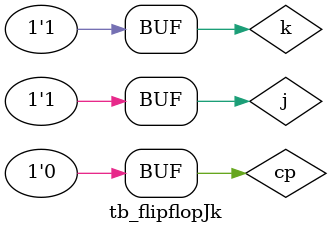
<source format=v>
module tb_flipflopJk;
reg cp;
reg j;
reg k;
wire q;
wire notq;

initial begin
    cp = 1'b0;
    j = 1'b0;
    k = 1'b0;
    
    #100; // 100ns
    cp = 1'b1;
    j = 1'b0;
    k = 1'b0;

    #50; // 150ns
    cp = 1'b0;

    #50; // 200ns
    cp = 1'b1;
    j = 1'b0;
    k = 1'b1;
    
    #50; // 250ns
    cp = 1'b0;

    #50; // 300ns
    cp = 1'b1;
    j = 1'b1;
    k = 1'b0;

    #50; // 350ns
    cp = 1'b0;

    #50; // 400ns
    cp = 1'b1;
    j = 1'b1;
    k = 1'b1;
    
    #50; // 450ns
    cp = 1'b0;
end

flipflopJk dut(
    .clockpulse(cp),
    .preset(1'b1),
    .clear(1'b0),
    .jack(j),
    .kilby(k),
    .out(q),
    .notout(notq)
    );

endmodule

</source>
